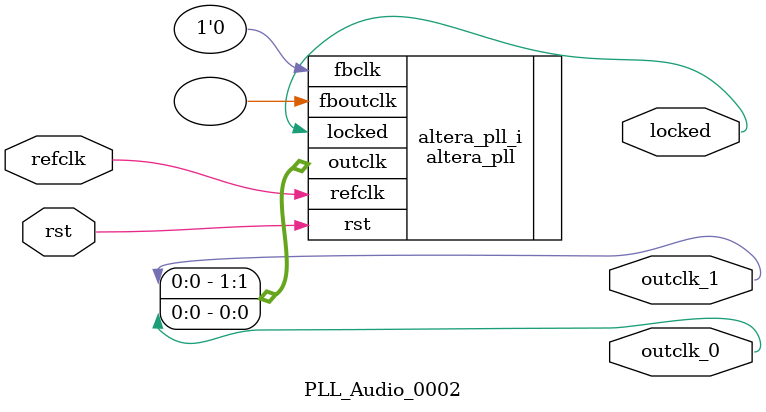
<source format=v>
`timescale 1ns/10ps
module  PLL_Audio_0002(

	// interface 'refclk'
	input wire refclk,

	// interface 'reset'
	input wire rst,

	// interface 'outclk0'
	output wire outclk_0,

	// interface 'outclk1'
	output wire outclk_1,

	// interface 'locked'
	output wire locked
);

	altera_pll #(
		.fractional_vco_multiplier("false"),
		.reference_clock_frequency("50.0 MHz"),
		.operation_mode("direct"),
		.number_of_clocks(2),
		.output_clock_frequency0("50.000000 MHz"),
		.phase_shift0("0 ps"),
		.duty_cycle0(50),
		.output_clock_frequency1("18.421052 MHz"),
		.phase_shift1("0 ps"),
		.duty_cycle1(50),
		.output_clock_frequency2("0 MHz"),
		.phase_shift2("0 ps"),
		.duty_cycle2(50),
		.output_clock_frequency3("0 MHz"),
		.phase_shift3("0 ps"),
		.duty_cycle3(50),
		.output_clock_frequency4("0 MHz"),
		.phase_shift4("0 ps"),
		.duty_cycle4(50),
		.output_clock_frequency5("0 MHz"),
		.phase_shift5("0 ps"),
		.duty_cycle5(50),
		.output_clock_frequency6("0 MHz"),
		.phase_shift6("0 ps"),
		.duty_cycle6(50),
		.output_clock_frequency7("0 MHz"),
		.phase_shift7("0 ps"),
		.duty_cycle7(50),
		.output_clock_frequency8("0 MHz"),
		.phase_shift8("0 ps"),
		.duty_cycle8(50),
		.output_clock_frequency9("0 MHz"),
		.phase_shift9("0 ps"),
		.duty_cycle9(50),
		.output_clock_frequency10("0 MHz"),
		.phase_shift10("0 ps"),
		.duty_cycle10(50),
		.output_clock_frequency11("0 MHz"),
		.phase_shift11("0 ps"),
		.duty_cycle11(50),
		.output_clock_frequency12("0 MHz"),
		.phase_shift12("0 ps"),
		.duty_cycle12(50),
		.output_clock_frequency13("0 MHz"),
		.phase_shift13("0 ps"),
		.duty_cycle13(50),
		.output_clock_frequency14("0 MHz"),
		.phase_shift14("0 ps"),
		.duty_cycle14(50),
		.output_clock_frequency15("0 MHz"),
		.phase_shift15("0 ps"),
		.duty_cycle15(50),
		.output_clock_frequency16("0 MHz"),
		.phase_shift16("0 ps"),
		.duty_cycle16(50),
		.output_clock_frequency17("0 MHz"),
		.phase_shift17("0 ps"),
		.duty_cycle17(50),
		.pll_type("General"),
		.pll_subtype("General")
	) altera_pll_i (
		.rst	(rst),
		.outclk	({outclk_1, outclk_0}),
		.locked	(locked),
		.fboutclk	( ),
		.fbclk	(1'b0),
		.refclk	(refclk)
	);
endmodule


</source>
